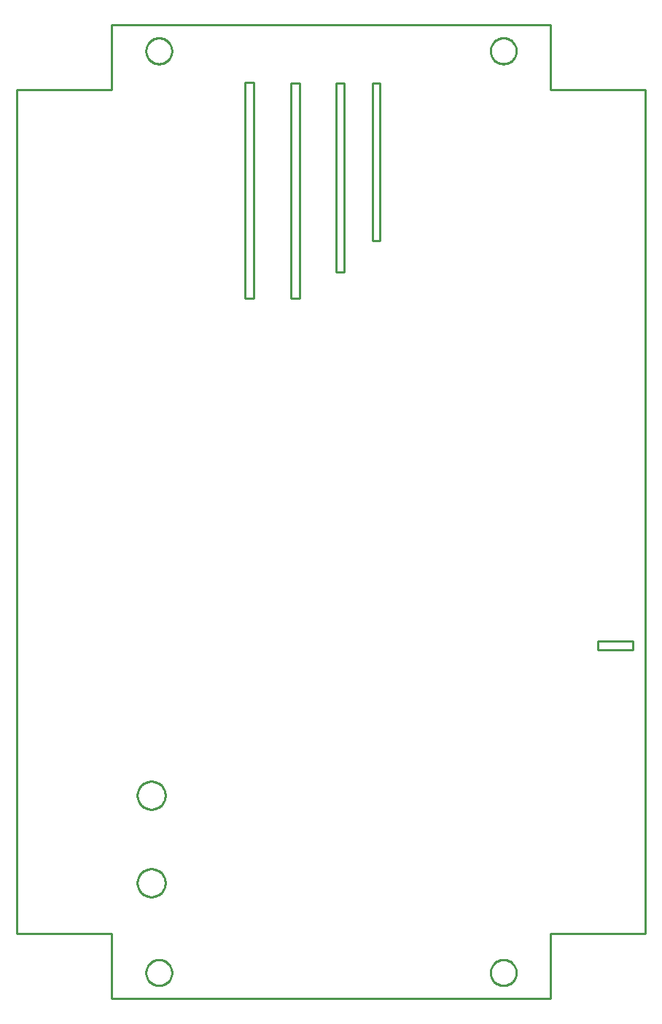
<source format=gko>
G04 EAGLE Gerber RS-274X export*
G75*
%MOMM*%
%FSLAX34Y34*%
%LPD*%
%IN*%
%IPPOS*%
%AMOC8*
5,1,8,0,0,1.08239X$1,22.5*%
G01*
%ADD10C,0.254000*%


D10*
X0Y110000D02*
X110000Y110000D01*
X110000Y35000D01*
X620000Y35000D01*
X620000Y110000D01*
X730000Y110000D01*
X730000Y1090000D01*
X620000Y1090000D01*
X620000Y1165000D01*
X110000Y1165000D01*
X110000Y1090000D01*
X0Y1090000D01*
X0Y110000D01*
X412750Y914400D02*
X421640Y914400D01*
X421640Y1097280D01*
X412750Y1097280D01*
X412750Y914400D01*
X675000Y440000D02*
X715000Y440000D01*
X715000Y450000D01*
X675000Y450000D01*
X675000Y440000D01*
X370950Y878290D02*
X379680Y878290D01*
X379680Y1097540D01*
X370950Y1097540D01*
X370950Y878290D01*
X264920Y847540D02*
X274920Y847540D01*
X274920Y1098810D01*
X264920Y1098810D01*
X264920Y847540D01*
X318570Y847810D02*
X328570Y847810D01*
X328570Y1097540D01*
X318570Y1097540D01*
X318570Y847810D01*
X180000Y64464D02*
X179924Y63396D01*
X179771Y62335D01*
X179543Y61288D01*
X179241Y60260D01*
X178867Y59256D01*
X178422Y58281D01*
X177908Y57341D01*
X177329Y56440D01*
X176687Y55582D01*
X175985Y54772D01*
X175228Y54015D01*
X174418Y53313D01*
X173560Y52671D01*
X172659Y52092D01*
X171719Y51578D01*
X170744Y51133D01*
X169740Y50759D01*
X168712Y50457D01*
X167665Y50229D01*
X166604Y50076D01*
X165536Y50000D01*
X164464Y50000D01*
X163396Y50076D01*
X162335Y50229D01*
X161288Y50457D01*
X160260Y50759D01*
X159256Y51133D01*
X158281Y51578D01*
X157341Y52092D01*
X156440Y52671D01*
X155582Y53313D01*
X154772Y54015D01*
X154015Y54772D01*
X153313Y55582D01*
X152671Y56440D01*
X152092Y57341D01*
X151578Y58281D01*
X151133Y59256D01*
X150759Y60260D01*
X150457Y61288D01*
X150229Y62335D01*
X150076Y63396D01*
X150000Y64464D01*
X150000Y65536D01*
X150076Y66604D01*
X150229Y67665D01*
X150457Y68712D01*
X150759Y69740D01*
X151133Y70744D01*
X151578Y71719D01*
X152092Y72659D01*
X152671Y73560D01*
X153313Y74418D01*
X154015Y75228D01*
X154772Y75985D01*
X155582Y76687D01*
X156440Y77329D01*
X157341Y77908D01*
X158281Y78422D01*
X159256Y78867D01*
X160260Y79241D01*
X161288Y79543D01*
X162335Y79771D01*
X163396Y79924D01*
X164464Y80000D01*
X165536Y80000D01*
X166604Y79924D01*
X167665Y79771D01*
X168712Y79543D01*
X169740Y79241D01*
X170744Y78867D01*
X171719Y78422D01*
X172659Y77908D01*
X173560Y77329D01*
X174418Y76687D01*
X175228Y75985D01*
X175985Y75228D01*
X176687Y74418D01*
X177329Y73560D01*
X177908Y72659D01*
X178422Y71719D01*
X178867Y70744D01*
X179241Y69740D01*
X179543Y68712D01*
X179771Y67665D01*
X179924Y66604D01*
X180000Y65536D01*
X180000Y64464D01*
X180000Y1134464D02*
X179924Y1133396D01*
X179771Y1132335D01*
X179543Y1131288D01*
X179241Y1130260D01*
X178867Y1129256D01*
X178422Y1128281D01*
X177908Y1127341D01*
X177329Y1126440D01*
X176687Y1125582D01*
X175985Y1124772D01*
X175228Y1124015D01*
X174418Y1123313D01*
X173560Y1122671D01*
X172659Y1122092D01*
X171719Y1121578D01*
X170744Y1121133D01*
X169740Y1120759D01*
X168712Y1120457D01*
X167665Y1120229D01*
X166604Y1120076D01*
X165536Y1120000D01*
X164464Y1120000D01*
X163396Y1120076D01*
X162335Y1120229D01*
X161288Y1120457D01*
X160260Y1120759D01*
X159256Y1121133D01*
X158281Y1121578D01*
X157341Y1122092D01*
X156440Y1122671D01*
X155582Y1123313D01*
X154772Y1124015D01*
X154015Y1124772D01*
X153313Y1125582D01*
X152671Y1126440D01*
X152092Y1127341D01*
X151578Y1128281D01*
X151133Y1129256D01*
X150759Y1130260D01*
X150457Y1131288D01*
X150229Y1132335D01*
X150076Y1133396D01*
X150000Y1134464D01*
X150000Y1135536D01*
X150076Y1136604D01*
X150229Y1137665D01*
X150457Y1138712D01*
X150759Y1139740D01*
X151133Y1140744D01*
X151578Y1141719D01*
X152092Y1142659D01*
X152671Y1143560D01*
X153313Y1144418D01*
X154015Y1145228D01*
X154772Y1145985D01*
X155582Y1146687D01*
X156440Y1147329D01*
X157341Y1147908D01*
X158281Y1148422D01*
X159256Y1148867D01*
X160260Y1149241D01*
X161288Y1149543D01*
X162335Y1149771D01*
X163396Y1149924D01*
X164464Y1150000D01*
X165536Y1150000D01*
X166604Y1149924D01*
X167665Y1149771D01*
X168712Y1149543D01*
X169740Y1149241D01*
X170744Y1148867D01*
X171719Y1148422D01*
X172659Y1147908D01*
X173560Y1147329D01*
X174418Y1146687D01*
X175228Y1145985D01*
X175985Y1145228D01*
X176687Y1144418D01*
X177329Y1143560D01*
X177908Y1142659D01*
X178422Y1141719D01*
X178867Y1140744D01*
X179241Y1139740D01*
X179543Y1138712D01*
X179771Y1137665D01*
X179924Y1136604D01*
X180000Y1135536D01*
X180000Y1134464D01*
X580000Y64464D02*
X579924Y63396D01*
X579771Y62335D01*
X579543Y61288D01*
X579241Y60260D01*
X578867Y59256D01*
X578422Y58281D01*
X577908Y57341D01*
X577329Y56440D01*
X576687Y55582D01*
X575985Y54772D01*
X575228Y54015D01*
X574418Y53313D01*
X573560Y52671D01*
X572659Y52092D01*
X571719Y51578D01*
X570744Y51133D01*
X569740Y50759D01*
X568712Y50457D01*
X567665Y50229D01*
X566604Y50076D01*
X565536Y50000D01*
X564464Y50000D01*
X563396Y50076D01*
X562335Y50229D01*
X561288Y50457D01*
X560260Y50759D01*
X559256Y51133D01*
X558281Y51578D01*
X557341Y52092D01*
X556440Y52671D01*
X555582Y53313D01*
X554772Y54015D01*
X554015Y54772D01*
X553313Y55582D01*
X552671Y56440D01*
X552092Y57341D01*
X551578Y58281D01*
X551133Y59256D01*
X550759Y60260D01*
X550457Y61288D01*
X550229Y62335D01*
X550076Y63396D01*
X550000Y64464D01*
X550000Y65536D01*
X550076Y66604D01*
X550229Y67665D01*
X550457Y68712D01*
X550759Y69740D01*
X551133Y70744D01*
X551578Y71719D01*
X552092Y72659D01*
X552671Y73560D01*
X553313Y74418D01*
X554015Y75228D01*
X554772Y75985D01*
X555582Y76687D01*
X556440Y77329D01*
X557341Y77908D01*
X558281Y78422D01*
X559256Y78867D01*
X560260Y79241D01*
X561288Y79543D01*
X562335Y79771D01*
X563396Y79924D01*
X564464Y80000D01*
X565536Y80000D01*
X566604Y79924D01*
X567665Y79771D01*
X568712Y79543D01*
X569740Y79241D01*
X570744Y78867D01*
X571719Y78422D01*
X572659Y77908D01*
X573560Y77329D01*
X574418Y76687D01*
X575228Y75985D01*
X575985Y75228D01*
X576687Y74418D01*
X577329Y73560D01*
X577908Y72659D01*
X578422Y71719D01*
X578867Y70744D01*
X579241Y69740D01*
X579543Y68712D01*
X579771Y67665D01*
X579924Y66604D01*
X580000Y65536D01*
X580000Y64464D01*
X580000Y1134464D02*
X579924Y1133396D01*
X579771Y1132335D01*
X579543Y1131288D01*
X579241Y1130260D01*
X578867Y1129256D01*
X578422Y1128281D01*
X577908Y1127341D01*
X577329Y1126440D01*
X576687Y1125582D01*
X575985Y1124772D01*
X575228Y1124015D01*
X574418Y1123313D01*
X573560Y1122671D01*
X572659Y1122092D01*
X571719Y1121578D01*
X570744Y1121133D01*
X569740Y1120759D01*
X568712Y1120457D01*
X567665Y1120229D01*
X566604Y1120076D01*
X565536Y1120000D01*
X564464Y1120000D01*
X563396Y1120076D01*
X562335Y1120229D01*
X561288Y1120457D01*
X560260Y1120759D01*
X559256Y1121133D01*
X558281Y1121578D01*
X557341Y1122092D01*
X556440Y1122671D01*
X555582Y1123313D01*
X554772Y1124015D01*
X554015Y1124772D01*
X553313Y1125582D01*
X552671Y1126440D01*
X552092Y1127341D01*
X551578Y1128281D01*
X551133Y1129256D01*
X550759Y1130260D01*
X550457Y1131288D01*
X550229Y1132335D01*
X550076Y1133396D01*
X550000Y1134464D01*
X550000Y1135536D01*
X550076Y1136604D01*
X550229Y1137665D01*
X550457Y1138712D01*
X550759Y1139740D01*
X551133Y1140744D01*
X551578Y1141719D01*
X552092Y1142659D01*
X552671Y1143560D01*
X553313Y1144418D01*
X554015Y1145228D01*
X554772Y1145985D01*
X555582Y1146687D01*
X556440Y1147329D01*
X557341Y1147908D01*
X558281Y1148422D01*
X559256Y1148867D01*
X560260Y1149241D01*
X561288Y1149543D01*
X562335Y1149771D01*
X563396Y1149924D01*
X564464Y1150000D01*
X565536Y1150000D01*
X566604Y1149924D01*
X567665Y1149771D01*
X568712Y1149543D01*
X569740Y1149241D01*
X570744Y1148867D01*
X571719Y1148422D01*
X572659Y1147908D01*
X573560Y1147329D01*
X574418Y1146687D01*
X575228Y1145985D01*
X575985Y1145228D01*
X576687Y1144418D01*
X577329Y1143560D01*
X577908Y1142659D01*
X578422Y1141719D01*
X578867Y1140744D01*
X579241Y1139740D01*
X579543Y1138712D01*
X579771Y1137665D01*
X579924Y1136604D01*
X580000Y1135536D01*
X580000Y1134464D01*
X155588Y254584D02*
X154526Y254654D01*
X153471Y254793D01*
X152427Y255000D01*
X151399Y255276D01*
X150391Y255618D01*
X149407Y256025D01*
X148453Y256496D01*
X147531Y257028D01*
X146646Y257619D01*
X145802Y258267D01*
X145002Y258969D01*
X144249Y259722D01*
X143547Y260522D01*
X142899Y261366D01*
X142308Y262251D01*
X141776Y263173D01*
X141305Y264127D01*
X140898Y265111D01*
X140556Y266119D01*
X140280Y267147D01*
X140073Y268191D01*
X139934Y269246D01*
X139864Y270308D01*
X139864Y271372D01*
X139934Y272434D01*
X140073Y273489D01*
X140280Y274533D01*
X140556Y275561D01*
X140898Y276569D01*
X141305Y277553D01*
X141776Y278507D01*
X142308Y279429D01*
X142899Y280314D01*
X143547Y281158D01*
X144249Y281958D01*
X145002Y282711D01*
X145802Y283413D01*
X146646Y284061D01*
X147531Y284652D01*
X148453Y285184D01*
X149407Y285655D01*
X150391Y286062D01*
X151399Y286404D01*
X152427Y286680D01*
X153471Y286887D01*
X154526Y287026D01*
X155588Y287096D01*
X156652Y287096D01*
X157714Y287026D01*
X158769Y286887D01*
X159813Y286680D01*
X160841Y286404D01*
X161849Y286062D01*
X162833Y285655D01*
X163787Y285184D01*
X164709Y284652D01*
X165594Y284061D01*
X166438Y283413D01*
X167238Y282711D01*
X167991Y281958D01*
X168693Y281158D01*
X169341Y280314D01*
X169932Y279429D01*
X170464Y278507D01*
X170935Y277553D01*
X171342Y276569D01*
X171684Y275561D01*
X171960Y274533D01*
X172167Y273489D01*
X172306Y272434D01*
X172376Y271372D01*
X172376Y270308D01*
X172306Y269246D01*
X172167Y268191D01*
X171960Y267147D01*
X171684Y266119D01*
X171342Y265111D01*
X170935Y264127D01*
X170464Y263173D01*
X169932Y262251D01*
X169341Y261366D01*
X168693Y260522D01*
X167991Y259722D01*
X167238Y258969D01*
X166438Y258267D01*
X165594Y257619D01*
X164709Y257028D01*
X163787Y256496D01*
X162833Y256025D01*
X161849Y255618D01*
X160841Y255276D01*
X159813Y255000D01*
X158769Y254793D01*
X157714Y254654D01*
X156652Y254584D01*
X155588Y254584D01*
X155588Y152984D02*
X154526Y153054D01*
X153471Y153193D01*
X152427Y153400D01*
X151399Y153676D01*
X150391Y154018D01*
X149407Y154425D01*
X148453Y154896D01*
X147531Y155428D01*
X146646Y156019D01*
X145802Y156667D01*
X145002Y157369D01*
X144249Y158122D01*
X143547Y158922D01*
X142899Y159766D01*
X142308Y160651D01*
X141776Y161573D01*
X141305Y162527D01*
X140898Y163511D01*
X140556Y164519D01*
X140280Y165547D01*
X140073Y166591D01*
X139934Y167646D01*
X139864Y168708D01*
X139864Y169772D01*
X139934Y170834D01*
X140073Y171889D01*
X140280Y172933D01*
X140556Y173961D01*
X140898Y174969D01*
X141305Y175953D01*
X141776Y176907D01*
X142308Y177829D01*
X142899Y178714D01*
X143547Y179558D01*
X144249Y180358D01*
X145002Y181111D01*
X145802Y181813D01*
X146646Y182461D01*
X147531Y183052D01*
X148453Y183584D01*
X149407Y184055D01*
X150391Y184462D01*
X151399Y184804D01*
X152427Y185080D01*
X153471Y185287D01*
X154526Y185426D01*
X155588Y185496D01*
X156652Y185496D01*
X157714Y185426D01*
X158769Y185287D01*
X159813Y185080D01*
X160841Y184804D01*
X161849Y184462D01*
X162833Y184055D01*
X163787Y183584D01*
X164709Y183052D01*
X165594Y182461D01*
X166438Y181813D01*
X167238Y181111D01*
X167991Y180358D01*
X168693Y179558D01*
X169341Y178714D01*
X169932Y177829D01*
X170464Y176907D01*
X170935Y175953D01*
X171342Y174969D01*
X171684Y173961D01*
X171960Y172933D01*
X172167Y171889D01*
X172306Y170834D01*
X172376Y169772D01*
X172376Y168708D01*
X172306Y167646D01*
X172167Y166591D01*
X171960Y165547D01*
X171684Y164519D01*
X171342Y163511D01*
X170935Y162527D01*
X170464Y161573D01*
X169932Y160651D01*
X169341Y159766D01*
X168693Y158922D01*
X167991Y158122D01*
X167238Y157369D01*
X166438Y156667D01*
X165594Y156019D01*
X164709Y155428D01*
X163787Y154896D01*
X162833Y154425D01*
X161849Y154018D01*
X160841Y153676D01*
X159813Y153400D01*
X158769Y153193D01*
X157714Y153054D01*
X156652Y152984D01*
X155588Y152984D01*
M02*

</source>
